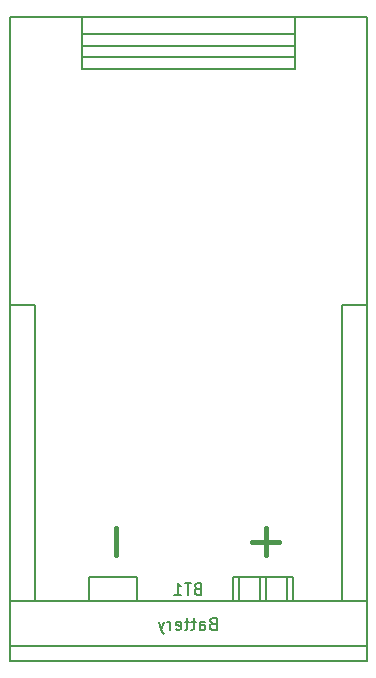
<source format=gbr>
G04 #@! TF.GenerationSoftware,KiCad,Pcbnew,5.0.1*
G04 #@! TF.CreationDate,2018-10-21T21:20:26+02:00*
G04 #@! TF.ProjectId,MicroFlux,4D6963726F466C75782E6B696361645F,rev?*
G04 #@! TF.SameCoordinates,Original*
G04 #@! TF.FileFunction,Other,Fab,Bot*
%FSLAX46Y46*%
G04 Gerber Fmt 4.6, Leading zero omitted, Abs format (unit mm)*
G04 Created by KiCad (PCBNEW 5.0.1) date Sun 21 Oct 2018 09:20:26 PM CEST*
%MOMM*%
%LPD*%
G01*
G04 APERTURE LIST*
%ADD10C,0.150000*%
%ADD11C,0.450000*%
G04 APERTURE END LIST*
D10*
G04 #@! TO.C,BT1*
X169050000Y-117400000D02*
X199250000Y-117400000D01*
X199250000Y-117400000D02*
X199250000Y-62900000D01*
X169050000Y-62900000D02*
X169050000Y-117400000D01*
X199250000Y-62900000D02*
X169050000Y-62900000D01*
X193150000Y-67300000D02*
X175150000Y-67300000D01*
X193150000Y-66300000D02*
X175150000Y-66300000D01*
X193150000Y-65300000D02*
X175150000Y-65300000D01*
X193150000Y-64300000D02*
X175150000Y-64300000D01*
X193150000Y-62900000D02*
X193150000Y-67300000D01*
X175150000Y-62900000D02*
X175150000Y-67300000D01*
X197150000Y-87300000D02*
X199250000Y-87300000D01*
X197150000Y-112300000D02*
X197150000Y-87300000D01*
X171150000Y-87300000D02*
X169050000Y-87300000D01*
X171150000Y-112300000D02*
X171150000Y-87300000D01*
X192550000Y-112300000D02*
X192550000Y-110300000D01*
X193050000Y-110300000D02*
X193050000Y-112300000D01*
X187950000Y-112300000D02*
X187950000Y-110300000D01*
X188450000Y-110300000D02*
X188450000Y-112300000D01*
X190750000Y-110300000D02*
X190750000Y-112300000D01*
X187950000Y-110300000D02*
X193050000Y-110300000D01*
X190250000Y-112300000D02*
X190250000Y-110300000D01*
X179850000Y-110300000D02*
X179850000Y-112300000D01*
X175750000Y-110300000D02*
X179850000Y-110300000D01*
X175750000Y-112300000D02*
X175750000Y-110300000D01*
X169050000Y-112300000D02*
X199250000Y-112300000D01*
X199250000Y-116150000D02*
X169050000Y-116150000D01*
G04 #@! TD*
G04 #@! TO.C,BT1*
X186221428Y-114228571D02*
X186078571Y-114276190D01*
X186030952Y-114323809D01*
X185983333Y-114419047D01*
X185983333Y-114561904D01*
X186030952Y-114657142D01*
X186078571Y-114704761D01*
X186173809Y-114752380D01*
X186554761Y-114752380D01*
X186554761Y-113752380D01*
X186221428Y-113752380D01*
X186126190Y-113800000D01*
X186078571Y-113847619D01*
X186030952Y-113942857D01*
X186030952Y-114038095D01*
X186078571Y-114133333D01*
X186126190Y-114180952D01*
X186221428Y-114228571D01*
X186554761Y-114228571D01*
X185126190Y-114752380D02*
X185126190Y-114228571D01*
X185173809Y-114133333D01*
X185269047Y-114085714D01*
X185459523Y-114085714D01*
X185554761Y-114133333D01*
X185126190Y-114704761D02*
X185221428Y-114752380D01*
X185459523Y-114752380D01*
X185554761Y-114704761D01*
X185602380Y-114609523D01*
X185602380Y-114514285D01*
X185554761Y-114419047D01*
X185459523Y-114371428D01*
X185221428Y-114371428D01*
X185126190Y-114323809D01*
X184792857Y-114085714D02*
X184411904Y-114085714D01*
X184650000Y-113752380D02*
X184650000Y-114609523D01*
X184602380Y-114704761D01*
X184507142Y-114752380D01*
X184411904Y-114752380D01*
X184221428Y-114085714D02*
X183840476Y-114085714D01*
X184078571Y-113752380D02*
X184078571Y-114609523D01*
X184030952Y-114704761D01*
X183935714Y-114752380D01*
X183840476Y-114752380D01*
X183126190Y-114704761D02*
X183221428Y-114752380D01*
X183411904Y-114752380D01*
X183507142Y-114704761D01*
X183554761Y-114609523D01*
X183554761Y-114228571D01*
X183507142Y-114133333D01*
X183411904Y-114085714D01*
X183221428Y-114085714D01*
X183126190Y-114133333D01*
X183078571Y-114228571D01*
X183078571Y-114323809D01*
X183554761Y-114419047D01*
X182650000Y-114752380D02*
X182650000Y-114085714D01*
X182650000Y-114276190D02*
X182602380Y-114180952D01*
X182554761Y-114133333D01*
X182459523Y-114085714D01*
X182364285Y-114085714D01*
X182126190Y-114085714D02*
X181888095Y-114752380D01*
X181650000Y-114085714D02*
X181888095Y-114752380D01*
X181983333Y-114990476D01*
X182030952Y-115038095D01*
X182126190Y-115085714D01*
X184935714Y-111278571D02*
X184792857Y-111326190D01*
X184745238Y-111373809D01*
X184697619Y-111469047D01*
X184697619Y-111611904D01*
X184745238Y-111707142D01*
X184792857Y-111754761D01*
X184888095Y-111802380D01*
X185269047Y-111802380D01*
X185269047Y-110802380D01*
X184935714Y-110802380D01*
X184840476Y-110850000D01*
X184792857Y-110897619D01*
X184745238Y-110992857D01*
X184745238Y-111088095D01*
X184792857Y-111183333D01*
X184840476Y-111230952D01*
X184935714Y-111278571D01*
X185269047Y-111278571D01*
X184411904Y-110802380D02*
X183840476Y-110802380D01*
X184126190Y-111802380D02*
X184126190Y-110802380D01*
X182983333Y-111802380D02*
X183554761Y-111802380D01*
X183269047Y-111802380D02*
X183269047Y-110802380D01*
X183364285Y-110945238D01*
X183459523Y-111040476D01*
X183554761Y-111088095D01*
D11*
X178014285Y-106157142D02*
X178014285Y-108442857D01*
X190714285Y-106157142D02*
X190714285Y-108442857D01*
X191857142Y-107300000D02*
X189571428Y-107300000D01*
G04 #@! TD*
M02*

</source>
